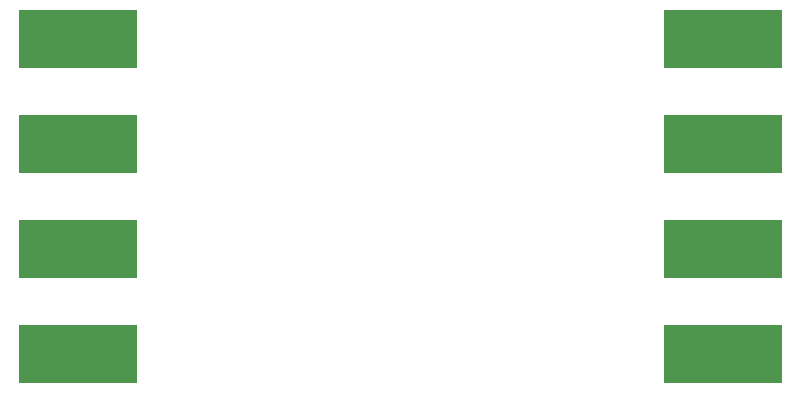
<source format=gbr>
%TF.GenerationSoftware,KiCad,Pcbnew,(5.1.8)-1*%
%TF.CreationDate,2021-05-19T18:10:43+02:00*%
%TF.ProjectId,dummy,64756d6d-792e-46b6-9963-61645f706362,rev?*%
%TF.SameCoordinates,Original*%
%TF.FileFunction,Paste,Top*%
%TF.FilePolarity,Positive*%
%FSLAX46Y46*%
G04 Gerber Fmt 4.6, Leading zero omitted, Abs format (unit mm)*
G04 Created by KiCad (PCBNEW (5.1.8)-1) date 2021-05-19 18:10:43*
%MOMM*%
%LPD*%
G01*
G04 APERTURE LIST*
%ADD10R,10.000000X5.000000*%
G04 APERTURE END LIST*
D10*
%TO.C,J8*%
X195580000Y-68580000D03*
%TD*%
%TO.C,J7*%
X195580000Y-59690000D03*
%TD*%
%TO.C,J6*%
X195580000Y-77470000D03*
%TD*%
%TO.C,J5*%
X195580000Y-50800000D03*
%TD*%
%TO.C,J4*%
X140970000Y-68580000D03*
%TD*%
%TO.C,J3*%
X140970000Y-59690000D03*
%TD*%
%TO.C,J2*%
X140970000Y-77470000D03*
%TD*%
%TO.C,J1*%
X140970000Y-50800000D03*
%TD*%
M02*

</source>
